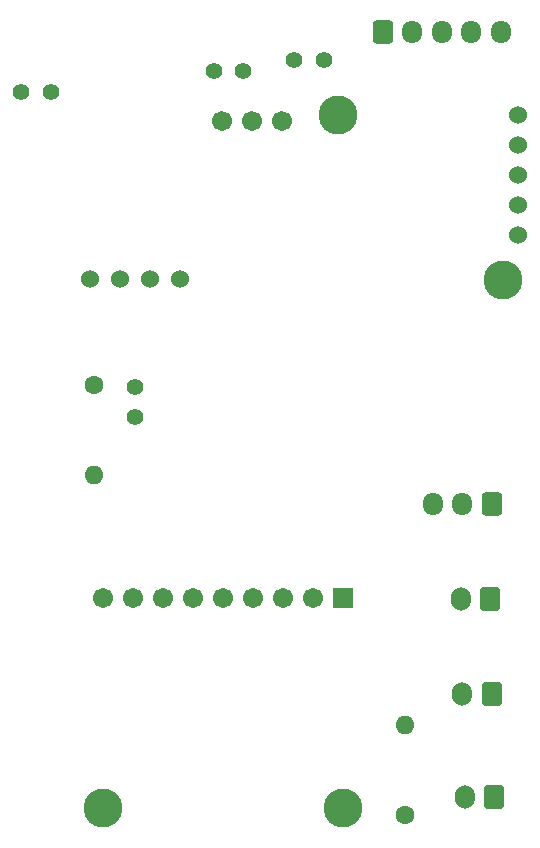
<source format=gbr>
%TF.GenerationSoftware,KiCad,Pcbnew,7.0.10*%
%TF.CreationDate,2024-02-15T22:38:08-05:00*%
%TF.ProjectId,CANRxPCB,43414e52-7850-4434-922e-6b696361645f,rev?*%
%TF.SameCoordinates,Original*%
%TF.FileFunction,Soldermask,Bot*%
%TF.FilePolarity,Negative*%
%FSLAX46Y46*%
G04 Gerber Fmt 4.6, Leading zero omitted, Abs format (unit mm)*
G04 Created by KiCad (PCBNEW 7.0.10) date 2024-02-15 22:38:08*
%MOMM*%
%LPD*%
G01*
G04 APERTURE LIST*
G04 Aperture macros list*
%AMRoundRect*
0 Rectangle with rounded corners*
0 $1 Rounding radius*
0 $2 $3 $4 $5 $6 $7 $8 $9 X,Y pos of 4 corners*
0 Add a 4 corners polygon primitive as box body*
4,1,4,$2,$3,$4,$5,$6,$7,$8,$9,$2,$3,0*
0 Add four circle primitives for the rounded corners*
1,1,$1+$1,$2,$3*
1,1,$1+$1,$4,$5*
1,1,$1+$1,$6,$7*
1,1,$1+$1,$8,$9*
0 Add four rect primitives between the rounded corners*
20,1,$1+$1,$2,$3,$4,$5,0*
20,1,$1+$1,$4,$5,$6,$7,0*
20,1,$1+$1,$6,$7,$8,$9,0*
20,1,$1+$1,$8,$9,$2,$3,0*%
G04 Aperture macros list end*
%ADD10C,1.400000*%
%ADD11O,1.600000X1.600000*%
%ADD12C,1.600000*%
%ADD13C,1.524000*%
%ADD14RoundRect,0.250000X0.600000X0.750000X-0.600000X0.750000X-0.600000X-0.750000X0.600000X-0.750000X0*%
%ADD15O,1.700000X2.000000*%
%ADD16RoundRect,0.250000X0.600000X0.725000X-0.600000X0.725000X-0.600000X-0.725000X0.600000X-0.725000X0*%
%ADD17O,1.700000X1.950000*%
%ADD18C,3.302000*%
%ADD19C,1.701800*%
%ADD20RoundRect,0.250000X-0.600000X-0.725000X0.600000X-0.725000X0.600000X0.725000X-0.600000X0.725000X0*%
%ADD21RoundRect,0.102000X0.754000X0.754000X-0.754000X0.754000X-0.754000X-0.754000X0.754000X-0.754000X0*%
%ADD22C,1.712000*%
G04 APERTURE END LIST*
D10*
%TO.C,C3*%
X150220000Y-57520000D03*
X152720000Y-57520000D03*
%TD*%
D11*
%TO.C,R1*%
X159580000Y-113780000D03*
D12*
X159580000Y-121400000D03*
%TD*%
D13*
%TO.C,U3*%
X132890000Y-76050000D03*
X135430000Y-76050000D03*
X137970000Y-76050000D03*
X140510000Y-76050000D03*
%TD*%
D10*
%TO.C,C2*%
X127090000Y-60230000D03*
X129590000Y-60230000D03*
%TD*%
%TO.C,C4*%
X145880000Y-58460000D03*
X143380000Y-58460000D03*
%TD*%
D14*
%TO.C,J2*%
X166920000Y-111150000D03*
D15*
X164420000Y-111150000D03*
%TD*%
D14*
%TO.C,J3*%
X167160000Y-119935000D03*
D15*
X164660000Y-119935000D03*
%TD*%
D10*
%TO.C,C1*%
X136702800Y-85191600D03*
X136702800Y-87691600D03*
%TD*%
D16*
%TO.C,J5*%
X166920000Y-95060000D03*
D17*
X164420000Y-95060000D03*
X161920000Y-95060000D03*
%TD*%
D18*
%TO.C,U6*%
X167894000Y-76149200D03*
X153924000Y-62179200D03*
D13*
X169164000Y-72339200D03*
X169164000Y-69799200D03*
X169164000Y-67259200D03*
X169164000Y-64719200D03*
X169164000Y-62179200D03*
%TD*%
D19*
%TO.C,U1*%
X144110000Y-62660000D03*
X146650000Y-62660000D03*
X149190000Y-62660000D03*
%TD*%
D20*
%TO.C,J1*%
X157720000Y-55120000D03*
D17*
X160220000Y-55120000D03*
X162720000Y-55120000D03*
X165220000Y-55120000D03*
X167720000Y-55120000D03*
%TD*%
D12*
%TO.C,R2*%
X133299200Y-85039200D03*
D11*
X133299200Y-92659200D03*
%TD*%
D14*
%TO.C,J4*%
X166820000Y-103090000D03*
D15*
X164320000Y-103090000D03*
%TD*%
D18*
%TO.C,U5*%
X154381200Y-120853200D03*
X134061200Y-120853200D03*
D21*
X154381200Y-103073200D03*
D22*
X151841200Y-103073200D03*
X149301200Y-103073200D03*
X146761200Y-103073200D03*
X144221200Y-103073200D03*
X141681200Y-103073200D03*
X139141200Y-103073200D03*
X136601200Y-103073200D03*
X134061200Y-103073200D03*
%TD*%
M02*

</source>
